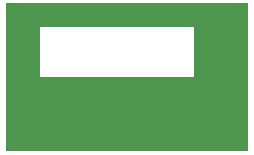
<source format=gbr>
G04 EasyGerb 4 for AutoCAD*
G04 RS274-X Output *
%FSLAX24Y24*%
%MOMM*%
%ADD12C,0.127000*%
%ADD13C,0.007000*%
%ADD14R,13.143814X4.296834*%
%ADD15R,20.473078X12.548708*%
%IPPOS*%

%LNBox1_1*%
%LPD*%
G54D15*X188151Y135302D03*
%LNBox2_1*%
%LPC*%
G54D14*X179355Y156540D03*M02*
</source>
